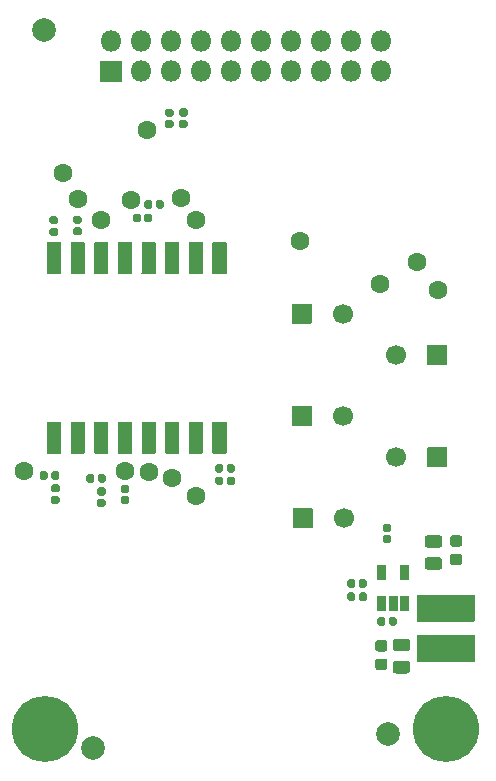
<source format=gts>
G04 #@! TF.GenerationSoftware,KiCad,Pcbnew,(5.1.10)-1*
G04 #@! TF.CreationDate,2022-03-11T13:30:57+05:30*
G04 #@! TF.ProjectId,P-1000072_Cicada Wi-Fi,502d3130-3030-4303-9732-5f4369636164,0.1*
G04 #@! TF.SameCoordinates,PX7cee6c0PY3dfd240*
G04 #@! TF.FileFunction,Soldermask,Top*
G04 #@! TF.FilePolarity,Negative*
%FSLAX46Y46*%
G04 Gerber Fmt 4.6, Leading zero omitted, Abs format (unit mm)*
G04 Created by KiCad (PCBNEW (5.1.10)-1) date 2022-03-11 13:30:57*
%MOMM*%
%LPD*%
G01*
G04 APERTURE LIST*
%ADD10C,1.600000*%
%ADD11O,1.800000X1.800000*%
%ADD12C,1.700000*%
%ADD13C,5.600000*%
%ADD14C,2.000000*%
G04 APERTURE END LIST*
G36*
G01*
X11855000Y-44390000D02*
X11205000Y-44390000D01*
G75*
G02*
X11155000Y-44340000I0J50000D01*
G01*
X11155000Y-43120000D01*
G75*
G02*
X11205000Y-43070000I50000J0D01*
G01*
X11855000Y-43070000D01*
G75*
G02*
X11905000Y-43120000I0J-50000D01*
G01*
X11905000Y-44340000D01*
G75*
G02*
X11855000Y-44390000I-50000J0D01*
G01*
G37*
G36*
G01*
X13755000Y-44390000D02*
X13105000Y-44390000D01*
G75*
G02*
X13055000Y-44340000I0J50000D01*
G01*
X13055000Y-43120000D01*
G75*
G02*
X13105000Y-43070000I50000J0D01*
G01*
X13755000Y-43070000D01*
G75*
G02*
X13805000Y-43120000I0J-50000D01*
G01*
X13805000Y-44340000D01*
G75*
G02*
X13755000Y-44390000I-50000J0D01*
G01*
G37*
G36*
G01*
X13755000Y-47010000D02*
X13105000Y-47010000D01*
G75*
G02*
X13055000Y-46960000I0J50000D01*
G01*
X13055000Y-45740000D01*
G75*
G02*
X13105000Y-45690000I50000J0D01*
G01*
X13755000Y-45690000D01*
G75*
G02*
X13805000Y-45740000I0J-50000D01*
G01*
X13805000Y-46960000D01*
G75*
G02*
X13755000Y-47010000I-50000J0D01*
G01*
G37*
G36*
G01*
X12805000Y-47010000D02*
X12155000Y-47010000D01*
G75*
G02*
X12105000Y-46960000I0J50000D01*
G01*
X12105000Y-45740000D01*
G75*
G02*
X12155000Y-45690000I50000J0D01*
G01*
X12805000Y-45690000D01*
G75*
G02*
X12855000Y-45740000I0J-50000D01*
G01*
X12855000Y-46960000D01*
G75*
G02*
X12805000Y-47010000I-50000J0D01*
G01*
G37*
G36*
G01*
X11855000Y-47010000D02*
X11205000Y-47010000D01*
G75*
G02*
X11155000Y-46960000I0J50000D01*
G01*
X11155000Y-45740000D01*
G75*
G02*
X11205000Y-45690000I50000J0D01*
G01*
X11855000Y-45690000D01*
G75*
G02*
X11905000Y-45740000I0J-50000D01*
G01*
X11905000Y-46960000D01*
G75*
G02*
X11855000Y-47010000I-50000J0D01*
G01*
G37*
G36*
G01*
X-13670000Y-18460000D02*
X-14770000Y-18460000D01*
G75*
G02*
X-14820000Y-18410000I0J50000D01*
G01*
X-14820000Y-15810000D01*
G75*
G02*
X-14770000Y-15760000I50000J0D01*
G01*
X-13670000Y-15760000D01*
G75*
G02*
X-13620000Y-15810000I0J-50000D01*
G01*
X-13620000Y-18410000D01*
G75*
G02*
X-13670000Y-18460000I-50000J0D01*
G01*
G37*
G36*
G01*
X-11670000Y-18460000D02*
X-12770000Y-18460000D01*
G75*
G02*
X-12820000Y-18410000I0J50000D01*
G01*
X-12820000Y-15810000D01*
G75*
G02*
X-12770000Y-15760000I50000J0D01*
G01*
X-11670000Y-15760000D01*
G75*
G02*
X-11620000Y-15810000I0J-50000D01*
G01*
X-11620000Y-18410000D01*
G75*
G02*
X-11670000Y-18460000I-50000J0D01*
G01*
G37*
G36*
G01*
X-5670000Y-18460000D02*
X-6770000Y-18460000D01*
G75*
G02*
X-6820000Y-18410000I0J50000D01*
G01*
X-6820000Y-15810000D01*
G75*
G02*
X-6770000Y-15760000I50000J0D01*
G01*
X-5670000Y-15760000D01*
G75*
G02*
X-5620000Y-15810000I0J-50000D01*
G01*
X-5620000Y-18410000D01*
G75*
G02*
X-5670000Y-18460000I-50000J0D01*
G01*
G37*
G36*
G01*
X-3670000Y-33660000D02*
X-4770000Y-33660000D01*
G75*
G02*
X-4820000Y-33610000I0J50000D01*
G01*
X-4820000Y-31010000D01*
G75*
G02*
X-4770000Y-30960000I50000J0D01*
G01*
X-3670000Y-30960000D01*
G75*
G02*
X-3620000Y-31010000I0J-50000D01*
G01*
X-3620000Y-33610000D01*
G75*
G02*
X-3670000Y-33660000I-50000J0D01*
G01*
G37*
G36*
G01*
X-3670000Y-18460000D02*
X-4770000Y-18460000D01*
G75*
G02*
X-4820000Y-18410000I0J50000D01*
G01*
X-4820000Y-15810000D01*
G75*
G02*
X-4770000Y-15760000I50000J0D01*
G01*
X-3670000Y-15760000D01*
G75*
G02*
X-3620000Y-15810000I0J-50000D01*
G01*
X-3620000Y-18410000D01*
G75*
G02*
X-3670000Y-18460000I-50000J0D01*
G01*
G37*
G36*
G01*
X-1670000Y-33660000D02*
X-2770000Y-33660000D01*
G75*
G02*
X-2820000Y-33610000I0J50000D01*
G01*
X-2820000Y-31010000D01*
G75*
G02*
X-2770000Y-30960000I50000J0D01*
G01*
X-1670000Y-30960000D01*
G75*
G02*
X-1620000Y-31010000I0J-50000D01*
G01*
X-1620000Y-33610000D01*
G75*
G02*
X-1670000Y-33660000I-50000J0D01*
G01*
G37*
G36*
G01*
X-11670000Y-33660000D02*
X-12770000Y-33660000D01*
G75*
G02*
X-12820000Y-33610000I0J50000D01*
G01*
X-12820000Y-31010000D01*
G75*
G02*
X-12770000Y-30960000I50000J0D01*
G01*
X-11670000Y-30960000D01*
G75*
G02*
X-11620000Y-31010000I0J-50000D01*
G01*
X-11620000Y-33610000D01*
G75*
G02*
X-11670000Y-33660000I-50000J0D01*
G01*
G37*
G36*
G01*
X-15670000Y-18460000D02*
X-16770000Y-18460000D01*
G75*
G02*
X-16820000Y-18410000I0J50000D01*
G01*
X-16820000Y-15810000D01*
G75*
G02*
X-16770000Y-15760000I50000J0D01*
G01*
X-15670000Y-15760000D01*
G75*
G02*
X-15620000Y-15810000I0J-50000D01*
G01*
X-15620000Y-18410000D01*
G75*
G02*
X-15670000Y-18460000I-50000J0D01*
G01*
G37*
G36*
G01*
X-7670000Y-33660000D02*
X-8770000Y-33660000D01*
G75*
G02*
X-8820000Y-33610000I0J50000D01*
G01*
X-8820000Y-31010000D01*
G75*
G02*
X-8770000Y-30960000I50000J0D01*
G01*
X-7670000Y-30960000D01*
G75*
G02*
X-7620000Y-31010000I0J-50000D01*
G01*
X-7620000Y-33610000D01*
G75*
G02*
X-7670000Y-33660000I-50000J0D01*
G01*
G37*
G36*
G01*
X-9670000Y-18460000D02*
X-10770000Y-18460000D01*
G75*
G02*
X-10820000Y-18410000I0J50000D01*
G01*
X-10820000Y-15810000D01*
G75*
G02*
X-10770000Y-15760000I50000J0D01*
G01*
X-9670000Y-15760000D01*
G75*
G02*
X-9620000Y-15810000I0J-50000D01*
G01*
X-9620000Y-18410000D01*
G75*
G02*
X-9670000Y-18460000I-50000J0D01*
G01*
G37*
G36*
G01*
X-7670000Y-18460000D02*
X-8770000Y-18460000D01*
G75*
G02*
X-8820000Y-18410000I0J50000D01*
G01*
X-8820000Y-15810000D01*
G75*
G02*
X-8770000Y-15760000I50000J0D01*
G01*
X-7670000Y-15760000D01*
G75*
G02*
X-7620000Y-15810000I0J-50000D01*
G01*
X-7620000Y-18410000D01*
G75*
G02*
X-7670000Y-18460000I-50000J0D01*
G01*
G37*
G36*
G01*
X-5670000Y-33660000D02*
X-6770000Y-33660000D01*
G75*
G02*
X-6820000Y-33610000I0J50000D01*
G01*
X-6820000Y-31010000D01*
G75*
G02*
X-6770000Y-30960000I50000J0D01*
G01*
X-5670000Y-30960000D01*
G75*
G02*
X-5620000Y-31010000I0J-50000D01*
G01*
X-5620000Y-33610000D01*
G75*
G02*
X-5670000Y-33660000I-50000J0D01*
G01*
G37*
G36*
G01*
X-9670000Y-33660000D02*
X-10770000Y-33660000D01*
G75*
G02*
X-10820000Y-33610000I0J50000D01*
G01*
X-10820000Y-31010000D01*
G75*
G02*
X-10770000Y-30960000I50000J0D01*
G01*
X-9670000Y-30960000D01*
G75*
G02*
X-9620000Y-31010000I0J-50000D01*
G01*
X-9620000Y-33610000D01*
G75*
G02*
X-9670000Y-33660000I-50000J0D01*
G01*
G37*
G36*
G01*
X-1670000Y-18460000D02*
X-2770000Y-18460000D01*
G75*
G02*
X-2820000Y-18410000I0J50000D01*
G01*
X-2820000Y-15810000D01*
G75*
G02*
X-2770000Y-15760000I50000J0D01*
G01*
X-1670000Y-15760000D01*
G75*
G02*
X-1620000Y-15810000I0J-50000D01*
G01*
X-1620000Y-18410000D01*
G75*
G02*
X-1670000Y-18460000I-50000J0D01*
G01*
G37*
G36*
G01*
X-13670000Y-33660000D02*
X-14770000Y-33660000D01*
G75*
G02*
X-14820000Y-33610000I0J50000D01*
G01*
X-14820000Y-31010000D01*
G75*
G02*
X-14770000Y-30960000I50000J0D01*
G01*
X-13670000Y-30960000D01*
G75*
G02*
X-13620000Y-31010000I0J-50000D01*
G01*
X-13620000Y-33610000D01*
G75*
G02*
X-13670000Y-33660000I-50000J0D01*
G01*
G37*
G36*
G01*
X-15670000Y-33660000D02*
X-16770000Y-33660000D01*
G75*
G02*
X-16820000Y-33610000I0J50000D01*
G01*
X-16820000Y-31010000D01*
G75*
G02*
X-16770000Y-30960000I50000J0D01*
G01*
X-15670000Y-30960000D01*
G75*
G02*
X-15620000Y-31010000I0J-50000D01*
G01*
X-15620000Y-33610000D01*
G75*
G02*
X-15670000Y-33660000I-50000J0D01*
G01*
G37*
D10*
X-8326120Y-6253480D03*
X-15499080Y-9888220D03*
X-9707880Y-12222480D03*
X-12237720Y-13873480D03*
X-14196060Y-12082780D03*
X-4239260Y-13906500D03*
X-5491480Y-12024360D03*
X-4185920Y-37266880D03*
X-6223000Y-35727640D03*
X-8199120Y-35179000D03*
X-10251440Y-35100260D03*
X-18783300Y-35095180D03*
X4587240Y-15687040D03*
X16299180Y-19817080D03*
X14490000Y-17470000D03*
G36*
G01*
X14540000Y-49000000D02*
X19340000Y-49000000D01*
G75*
G02*
X19390000Y-49050000I0J-50000D01*
G01*
X19390000Y-51250000D01*
G75*
G02*
X19340000Y-51300000I-50000J0D01*
G01*
X14540000Y-51300000D01*
G75*
G02*
X14490000Y-51250000I0J50000D01*
G01*
X14490000Y-49050000D01*
G75*
G02*
X14540000Y-49000000I50000J0D01*
G01*
G37*
G36*
G01*
X14540000Y-45600000D02*
X19340000Y-45600000D01*
G75*
G02*
X19390000Y-45650000I0J-50000D01*
G01*
X19390000Y-47850000D01*
G75*
G02*
X19340000Y-47900000I-50000J0D01*
G01*
X14540000Y-47900000D01*
G75*
G02*
X14490000Y-47850000I0J50000D01*
G01*
X14490000Y-45650000D01*
G75*
G02*
X14540000Y-45600000I50000J0D01*
G01*
G37*
D11*
X11455400Y1244600D03*
X11455400Y-1295400D03*
X8915400Y1244600D03*
X8915400Y-1295400D03*
X6375400Y1244600D03*
X6375400Y-1295400D03*
X3835400Y1244600D03*
X3835400Y-1295400D03*
X1295400Y1244600D03*
X1295400Y-1295400D03*
X-1244600Y1244600D03*
X-1244600Y-1295400D03*
X-3784600Y1244600D03*
X-3784600Y-1295400D03*
X-6324600Y1244600D03*
X-6324600Y-1295400D03*
X-8864600Y1244600D03*
X-8864600Y-1295400D03*
X-11404600Y1244600D03*
G36*
G01*
X-12254600Y-395400D02*
X-10554600Y-395400D01*
G75*
G02*
X-10504600Y-445400I0J-50000D01*
G01*
X-10504600Y-2145400D01*
G75*
G02*
X-10554600Y-2195400I-50000J0D01*
G01*
X-12254600Y-2195400D01*
G75*
G02*
X-12304600Y-2145400I0J50000D01*
G01*
X-12304600Y-445400D01*
G75*
G02*
X-12254600Y-395400I50000J0D01*
G01*
G37*
D12*
X8280400Y-30457140D03*
G36*
G01*
X3930400Y-31257140D02*
X3930400Y-29657140D01*
G75*
G02*
X3980400Y-29607140I50000J0D01*
G01*
X5580400Y-29607140D01*
G75*
G02*
X5630400Y-29657140I0J-50000D01*
G01*
X5630400Y-31257140D01*
G75*
G02*
X5580400Y-31307140I-50000J0D01*
G01*
X3980400Y-31307140D01*
G75*
G02*
X3930400Y-31257140I0J50000D01*
G01*
G37*
X8239760Y-21798280D03*
G36*
G01*
X3889760Y-22598280D02*
X3889760Y-20998280D01*
G75*
G02*
X3939760Y-20948280I50000J0D01*
G01*
X5539760Y-20948280D01*
G75*
G02*
X5589760Y-20998280I0J-50000D01*
G01*
X5589760Y-22598280D01*
G75*
G02*
X5539760Y-22648280I-50000J0D01*
G01*
X3939760Y-22648280D01*
G75*
G02*
X3889760Y-22598280I0J50000D01*
G01*
G37*
G36*
G01*
X-16438260Y-14531500D02*
X-16043260Y-14531500D01*
G75*
G02*
X-15870760Y-14704000I0J-172500D01*
G01*
X-15870760Y-15049000D01*
G75*
G02*
X-16043260Y-15221500I-172500J0D01*
G01*
X-16438260Y-15221500D01*
G75*
G02*
X-16610760Y-15049000I0J172500D01*
G01*
X-16610760Y-14704000D01*
G75*
G02*
X-16438260Y-14531500I172500J0D01*
G01*
G37*
G36*
G01*
X-16438260Y-13561500D02*
X-16043260Y-13561500D01*
G75*
G02*
X-15870760Y-13734000I0J-172500D01*
G01*
X-15870760Y-14079000D01*
G75*
G02*
X-16043260Y-14251500I-172500J0D01*
G01*
X-16438260Y-14251500D01*
G75*
G02*
X-16610760Y-14079000I0J172500D01*
G01*
X-16610760Y-13734000D01*
G75*
G02*
X-16438260Y-13561500I172500J0D01*
G01*
G37*
G36*
G01*
X-14449440Y-14496220D02*
X-14054440Y-14496220D01*
G75*
G02*
X-13881940Y-14668720I0J-172500D01*
G01*
X-13881940Y-15013720D01*
G75*
G02*
X-14054440Y-15186220I-172500J0D01*
G01*
X-14449440Y-15186220D01*
G75*
G02*
X-14621940Y-15013720I0J172500D01*
G01*
X-14621940Y-14668720D01*
G75*
G02*
X-14449440Y-14496220I172500J0D01*
G01*
G37*
G36*
G01*
X-14449440Y-13526220D02*
X-14054440Y-13526220D01*
G75*
G02*
X-13881940Y-13698720I0J-172500D01*
G01*
X-13881940Y-14043720D01*
G75*
G02*
X-14054440Y-14216220I-172500J0D01*
G01*
X-14449440Y-14216220D01*
G75*
G02*
X-14621940Y-14043720I0J172500D01*
G01*
X-14621940Y-13698720D01*
G75*
G02*
X-14449440Y-13526220I172500J0D01*
G01*
G37*
G36*
G01*
X-10415920Y-37272120D02*
X-10020920Y-37272120D01*
G75*
G02*
X-9848420Y-37444620I0J-172500D01*
G01*
X-9848420Y-37789620D01*
G75*
G02*
X-10020920Y-37962120I-172500J0D01*
G01*
X-10415920Y-37962120D01*
G75*
G02*
X-10588420Y-37789620I0J172500D01*
G01*
X-10588420Y-37444620D01*
G75*
G02*
X-10415920Y-37272120I172500J0D01*
G01*
G37*
G36*
G01*
X-10415920Y-36302120D02*
X-10020920Y-36302120D01*
G75*
G02*
X-9848420Y-36474620I0J-172500D01*
G01*
X-9848420Y-36819620D01*
G75*
G02*
X-10020920Y-36992120I-172500J0D01*
G01*
X-10415920Y-36992120D01*
G75*
G02*
X-10588420Y-36819620I0J172500D01*
G01*
X-10588420Y-36474620D01*
G75*
G02*
X-10415920Y-36302120I172500J0D01*
G01*
G37*
G36*
G01*
X-7894480Y-12350100D02*
X-7894480Y-12745100D01*
G75*
G02*
X-8066980Y-12917600I-172500J0D01*
G01*
X-8411980Y-12917600D01*
G75*
G02*
X-8584480Y-12745100I0J172500D01*
G01*
X-8584480Y-12350100D01*
G75*
G02*
X-8411980Y-12177600I172500J0D01*
G01*
X-8066980Y-12177600D01*
G75*
G02*
X-7894480Y-12350100I0J-172500D01*
G01*
G37*
G36*
G01*
X-6924480Y-12350100D02*
X-6924480Y-12745100D01*
G75*
G02*
X-7096980Y-12917600I-172500J0D01*
G01*
X-7441980Y-12917600D01*
G75*
G02*
X-7614480Y-12745100I0J172500D01*
G01*
X-7614480Y-12350100D01*
G75*
G02*
X-7441980Y-12177600I172500J0D01*
G01*
X-7096980Y-12177600D01*
G75*
G02*
X-6924480Y-12350100I0J-172500D01*
G01*
G37*
G36*
G01*
X-15923880Y-36949220D02*
X-16318880Y-36949220D01*
G75*
G02*
X-16491380Y-36776720I0J172500D01*
G01*
X-16491380Y-36431720D01*
G75*
G02*
X-16318880Y-36259220I172500J0D01*
G01*
X-15923880Y-36259220D01*
G75*
G02*
X-15751380Y-36431720I0J-172500D01*
G01*
X-15751380Y-36776720D01*
G75*
G02*
X-15923880Y-36949220I-172500J0D01*
G01*
G37*
G36*
G01*
X-15923880Y-37919220D02*
X-16318880Y-37919220D01*
G75*
G02*
X-16491380Y-37746720I0J172500D01*
G01*
X-16491380Y-37401720D01*
G75*
G02*
X-16318880Y-37229220I172500J0D01*
G01*
X-15923880Y-37229220D01*
G75*
G02*
X-15751380Y-37401720I0J-172500D01*
G01*
X-15751380Y-37746720D01*
G75*
G02*
X-15923880Y-37919220I-172500J0D01*
G01*
G37*
G36*
G01*
X-12422520Y-37493380D02*
X-12027520Y-37493380D01*
G75*
G02*
X-11855020Y-37665880I0J-172500D01*
G01*
X-11855020Y-38010880D01*
G75*
G02*
X-12027520Y-38183380I-172500J0D01*
G01*
X-12422520Y-38183380D01*
G75*
G02*
X-12595020Y-38010880I0J172500D01*
G01*
X-12595020Y-37665880D01*
G75*
G02*
X-12422520Y-37493380I172500J0D01*
G01*
G37*
G36*
G01*
X-12422520Y-36523380D02*
X-12027520Y-36523380D01*
G75*
G02*
X-11855020Y-36695880I0J-172500D01*
G01*
X-11855020Y-37040880D01*
G75*
G02*
X-12027520Y-37213380I-172500J0D01*
G01*
X-12422520Y-37213380D01*
G75*
G02*
X-12595020Y-37040880I0J172500D01*
G01*
X-12595020Y-36695880D01*
G75*
G02*
X-12422520Y-36523380I172500J0D01*
G01*
G37*
G36*
G01*
X-8584760Y-13908420D02*
X-8584760Y-13513420D01*
G75*
G02*
X-8412260Y-13340920I172500J0D01*
G01*
X-8067260Y-13340920D01*
G75*
G02*
X-7894760Y-13513420I0J-172500D01*
G01*
X-7894760Y-13908420D01*
G75*
G02*
X-8067260Y-14080920I-172500J0D01*
G01*
X-8412260Y-14080920D01*
G75*
G02*
X-8584760Y-13908420I0J172500D01*
G01*
G37*
G36*
G01*
X-9554760Y-13908420D02*
X-9554760Y-13513420D01*
G75*
G02*
X-9382260Y-13340920I172500J0D01*
G01*
X-9037260Y-13340920D01*
G75*
G02*
X-8864760Y-13513420I0J-172500D01*
G01*
X-8864760Y-13908420D01*
G75*
G02*
X-9037260Y-14080920I-172500J0D01*
G01*
X-9382260Y-14080920D01*
G75*
G02*
X-9554760Y-13908420I0J172500D01*
G01*
G37*
G36*
G01*
X-1885120Y-35771440D02*
X-1885120Y-36166440D01*
G75*
G02*
X-2057620Y-36338940I-172500J0D01*
G01*
X-2402620Y-36338940D01*
G75*
G02*
X-2575120Y-36166440I0J172500D01*
G01*
X-2575120Y-35771440D01*
G75*
G02*
X-2402620Y-35598940I172500J0D01*
G01*
X-2057620Y-35598940D01*
G75*
G02*
X-1885120Y-35771440I0J-172500D01*
G01*
G37*
G36*
G01*
X-915120Y-35771440D02*
X-915120Y-36166440D01*
G75*
G02*
X-1087620Y-36338940I-172500J0D01*
G01*
X-1432620Y-36338940D01*
G75*
G02*
X-1605120Y-36166440I0J172500D01*
G01*
X-1605120Y-35771440D01*
G75*
G02*
X-1432620Y-35598940I172500J0D01*
G01*
X-1087620Y-35598940D01*
G75*
G02*
X-915120Y-35771440I0J-172500D01*
G01*
G37*
G36*
G01*
X-1885120Y-34699560D02*
X-1885120Y-35094560D01*
G75*
G02*
X-2057620Y-35267060I-172500J0D01*
G01*
X-2402620Y-35267060D01*
G75*
G02*
X-2575120Y-35094560I0J172500D01*
G01*
X-2575120Y-34699560D01*
G75*
G02*
X-2402620Y-34527060I172500J0D01*
G01*
X-2057620Y-34527060D01*
G75*
G02*
X-1885120Y-34699560I0J-172500D01*
G01*
G37*
G36*
G01*
X-915120Y-34699560D02*
X-915120Y-35094560D01*
G75*
G02*
X-1087620Y-35267060I-172500J0D01*
G01*
X-1432620Y-35267060D01*
G75*
G02*
X-1605120Y-35094560I0J172500D01*
G01*
X-1605120Y-34699560D01*
G75*
G02*
X-1432620Y-34527060I172500J0D01*
G01*
X-1087620Y-34527060D01*
G75*
G02*
X-915120Y-34699560I0J-172500D01*
G01*
G37*
G36*
G01*
X-16461300Y-35704160D02*
X-16461300Y-35309160D01*
G75*
G02*
X-16288800Y-35136660I172500J0D01*
G01*
X-15943800Y-35136660D01*
G75*
G02*
X-15771300Y-35309160I0J-172500D01*
G01*
X-15771300Y-35704160D01*
G75*
G02*
X-15943800Y-35876660I-172500J0D01*
G01*
X-16288800Y-35876660D01*
G75*
G02*
X-16461300Y-35704160I0J172500D01*
G01*
G37*
G36*
G01*
X-17431300Y-35704160D02*
X-17431300Y-35309160D01*
G75*
G02*
X-17258800Y-35136660I172500J0D01*
G01*
X-16913800Y-35136660D01*
G75*
G02*
X-16741300Y-35309160I0J-172500D01*
G01*
X-16741300Y-35704160D01*
G75*
G02*
X-16913800Y-35876660I-172500J0D01*
G01*
X-17258800Y-35876660D01*
G75*
G02*
X-17431300Y-35704160I0J172500D01*
G01*
G37*
G36*
G01*
X-12529380Y-35945460D02*
X-12529380Y-35550460D01*
G75*
G02*
X-12356880Y-35377960I172500J0D01*
G01*
X-12011880Y-35377960D01*
G75*
G02*
X-11839380Y-35550460I0J-172500D01*
G01*
X-11839380Y-35945460D01*
G75*
G02*
X-12011880Y-36117960I-172500J0D01*
G01*
X-12356880Y-36117960D01*
G75*
G02*
X-12529380Y-35945460I0J172500D01*
G01*
G37*
G36*
G01*
X-13499380Y-35945460D02*
X-13499380Y-35550460D01*
G75*
G02*
X-13326880Y-35377960I172500J0D01*
G01*
X-12981880Y-35377960D01*
G75*
G02*
X-12809380Y-35550460I0J-172500D01*
G01*
X-12809380Y-35945460D01*
G75*
G02*
X-12981880Y-36117960I-172500J0D01*
G01*
X-13326880Y-36117960D01*
G75*
G02*
X-13499380Y-35945460I0J172500D01*
G01*
G37*
D10*
X11333480Y-19273520D03*
D12*
X12702540Y-25318720D03*
G36*
G01*
X17052540Y-24518720D02*
X17052540Y-26118720D01*
G75*
G02*
X17002540Y-26168720I-50000J0D01*
G01*
X15402540Y-26168720D01*
G75*
G02*
X15352540Y-26118720I0J50000D01*
G01*
X15352540Y-24518720D01*
G75*
G02*
X15402540Y-24468720I50000J0D01*
G01*
X17002540Y-24468720D01*
G75*
G02*
X17052540Y-24518720I0J-50000D01*
G01*
G37*
X12722860Y-33962340D03*
G36*
G01*
X17072860Y-33162340D02*
X17072860Y-34762340D01*
G75*
G02*
X17022860Y-34812340I-50000J0D01*
G01*
X15422860Y-34812340D01*
G75*
G02*
X15372860Y-34762340I0J50000D01*
G01*
X15372860Y-33162340D01*
G75*
G02*
X15422860Y-33112340I50000J0D01*
G01*
X17022860Y-33112340D01*
G75*
G02*
X17072860Y-33162340I0J-50000D01*
G01*
G37*
G36*
G01*
X12157500Y-40285000D02*
X11762500Y-40285000D01*
G75*
G02*
X11590000Y-40112500I0J172500D01*
G01*
X11590000Y-39767500D01*
G75*
G02*
X11762500Y-39595000I172500J0D01*
G01*
X12157500Y-39595000D01*
G75*
G02*
X12330000Y-39767500I0J-172500D01*
G01*
X12330000Y-40112500D01*
G75*
G02*
X12157500Y-40285000I-172500J0D01*
G01*
G37*
G36*
G01*
X12157500Y-41255000D02*
X11762500Y-41255000D01*
G75*
G02*
X11590000Y-41082500I0J172500D01*
G01*
X11590000Y-40737500D01*
G75*
G02*
X11762500Y-40565000I172500J0D01*
G01*
X12157500Y-40565000D01*
G75*
G02*
X12330000Y-40737500I0J-172500D01*
G01*
X12330000Y-41082500D01*
G75*
G02*
X12157500Y-41255000I-172500J0D01*
G01*
G37*
G36*
G01*
X9575000Y-44847500D02*
X9575000Y-44452500D01*
G75*
G02*
X9747500Y-44280000I172500J0D01*
G01*
X10092500Y-44280000D01*
G75*
G02*
X10265000Y-44452500I0J-172500D01*
G01*
X10265000Y-44847500D01*
G75*
G02*
X10092500Y-45020000I-172500J0D01*
G01*
X9747500Y-45020000D01*
G75*
G02*
X9575000Y-44847500I0J172500D01*
G01*
G37*
G36*
G01*
X8605000Y-44847500D02*
X8605000Y-44452500D01*
G75*
G02*
X8777500Y-44280000I172500J0D01*
G01*
X9122500Y-44280000D01*
G75*
G02*
X9295000Y-44452500I0J-172500D01*
G01*
X9295000Y-44847500D01*
G75*
G02*
X9122500Y-45020000I-172500J0D01*
G01*
X8777500Y-45020000D01*
G75*
G02*
X8605000Y-44847500I0J172500D01*
G01*
G37*
G36*
G01*
X12115000Y-48047500D02*
X12115000Y-47652500D01*
G75*
G02*
X12287500Y-47480000I172500J0D01*
G01*
X12632500Y-47480000D01*
G75*
G02*
X12805000Y-47652500I0J-172500D01*
G01*
X12805000Y-48047500D01*
G75*
G02*
X12632500Y-48220000I-172500J0D01*
G01*
X12287500Y-48220000D01*
G75*
G02*
X12115000Y-48047500I0J172500D01*
G01*
G37*
G36*
G01*
X11145000Y-48047500D02*
X11145000Y-47652500D01*
G75*
G02*
X11317500Y-47480000I172500J0D01*
G01*
X11662500Y-47480000D01*
G75*
G02*
X11835000Y-47652500I0J-172500D01*
G01*
X11835000Y-48047500D01*
G75*
G02*
X11662500Y-48220000I-172500J0D01*
G01*
X11317500Y-48220000D01*
G75*
G02*
X11145000Y-48047500I0J172500D01*
G01*
G37*
X8315840Y-39116000D03*
G36*
G01*
X3965840Y-39916000D02*
X3965840Y-38316000D01*
G75*
G02*
X4015840Y-38266000I50000J0D01*
G01*
X5615840Y-38266000D01*
G75*
G02*
X5665840Y-38316000I0J-50000D01*
G01*
X5665840Y-39916000D01*
G75*
G02*
X5615840Y-39966000I-50000J0D01*
G01*
X4015840Y-39966000D01*
G75*
G02*
X3965840Y-39916000I0J50000D01*
G01*
G37*
G36*
G01*
X13671250Y-50407500D02*
X12708750Y-50407500D01*
G75*
G02*
X12440000Y-50138750I0J268750D01*
G01*
X12440000Y-49601250D01*
G75*
G02*
X12708750Y-49332500I268750J0D01*
G01*
X13671250Y-49332500D01*
G75*
G02*
X13940000Y-49601250I0J-268750D01*
G01*
X13940000Y-50138750D01*
G75*
G02*
X13671250Y-50407500I-268750J0D01*
G01*
G37*
G36*
G01*
X13671250Y-52282500D02*
X12708750Y-52282500D01*
G75*
G02*
X12440000Y-52013750I0J268750D01*
G01*
X12440000Y-51476250D01*
G75*
G02*
X12708750Y-51207500I268750J0D01*
G01*
X13671250Y-51207500D01*
G75*
G02*
X13940000Y-51476250I0J-268750D01*
G01*
X13940000Y-52013750D01*
G75*
G02*
X13671250Y-52282500I-268750J0D01*
G01*
G37*
G36*
G01*
X11761250Y-50417500D02*
X11198750Y-50417500D01*
G75*
G02*
X10955000Y-50173750I0J243750D01*
G01*
X10955000Y-49686250D01*
G75*
G02*
X11198750Y-49442500I243750J0D01*
G01*
X11761250Y-49442500D01*
G75*
G02*
X12005000Y-49686250I0J-243750D01*
G01*
X12005000Y-50173750D01*
G75*
G02*
X11761250Y-50417500I-243750J0D01*
G01*
G37*
G36*
G01*
X11761250Y-51992500D02*
X11198750Y-51992500D01*
G75*
G02*
X10955000Y-51748750I0J243750D01*
G01*
X10955000Y-51261250D01*
G75*
G02*
X11198750Y-51017500I243750J0D01*
G01*
X11761250Y-51017500D01*
G75*
G02*
X12005000Y-51261250I0J-243750D01*
G01*
X12005000Y-51748750D01*
G75*
G02*
X11761250Y-51992500I-243750J0D01*
G01*
G37*
G36*
G01*
X9575000Y-45977500D02*
X9575000Y-45582500D01*
G75*
G02*
X9747500Y-45410000I172500J0D01*
G01*
X10092500Y-45410000D01*
G75*
G02*
X10265000Y-45582500I0J-172500D01*
G01*
X10265000Y-45977500D01*
G75*
G02*
X10092500Y-46150000I-172500J0D01*
G01*
X9747500Y-46150000D01*
G75*
G02*
X9575000Y-45977500I0J172500D01*
G01*
G37*
G36*
G01*
X8605000Y-45977500D02*
X8605000Y-45582500D01*
G75*
G02*
X8777500Y-45410000I172500J0D01*
G01*
X9122500Y-45410000D01*
G75*
G02*
X9295000Y-45582500I0J-172500D01*
G01*
X9295000Y-45977500D01*
G75*
G02*
X9122500Y-46150000I-172500J0D01*
G01*
X8777500Y-46150000D01*
G75*
G02*
X8605000Y-45977500I0J172500D01*
G01*
G37*
G36*
G01*
X15414070Y-42434700D02*
X16376570Y-42434700D01*
G75*
G02*
X16645320Y-42703450I0J-268750D01*
G01*
X16645320Y-43240950D01*
G75*
G02*
X16376570Y-43509700I-268750J0D01*
G01*
X15414070Y-43509700D01*
G75*
G02*
X15145320Y-43240950I0J268750D01*
G01*
X15145320Y-42703450D01*
G75*
G02*
X15414070Y-42434700I268750J0D01*
G01*
G37*
G36*
G01*
X15414070Y-40559700D02*
X16376570Y-40559700D01*
G75*
G02*
X16645320Y-40828450I0J-268750D01*
G01*
X16645320Y-41365950D01*
G75*
G02*
X16376570Y-41634700I-268750J0D01*
G01*
X15414070Y-41634700D01*
G75*
G02*
X15145320Y-41365950I0J268750D01*
G01*
X15145320Y-40828450D01*
G75*
G02*
X15414070Y-40559700I268750J0D01*
G01*
G37*
G36*
G01*
X17539390Y-42138880D02*
X18101890Y-42138880D01*
G75*
G02*
X18345640Y-42382630I0J-243750D01*
G01*
X18345640Y-42870130D01*
G75*
G02*
X18101890Y-43113880I-243750J0D01*
G01*
X17539390Y-43113880D01*
G75*
G02*
X17295640Y-42870130I0J243750D01*
G01*
X17295640Y-42382630D01*
G75*
G02*
X17539390Y-42138880I243750J0D01*
G01*
G37*
G36*
G01*
X17539390Y-40563880D02*
X18101890Y-40563880D01*
G75*
G02*
X18345640Y-40807630I0J-243750D01*
G01*
X18345640Y-41295130D01*
G75*
G02*
X18101890Y-41538880I-243750J0D01*
G01*
X17539390Y-41538880D01*
G75*
G02*
X17295640Y-41295130I0J243750D01*
G01*
X17295640Y-40807630D01*
G75*
G02*
X17539390Y-40563880I243750J0D01*
G01*
G37*
D13*
X-17000000Y-57000000D03*
D14*
X12040000Y-57390000D03*
X-12948920Y-58592720D03*
X-17090000Y2220000D03*
D13*
X17000000Y-57000000D03*
G36*
G01*
X-6279500Y-5133040D02*
X-6674500Y-5133040D01*
G75*
G02*
X-6847000Y-4960540I0J172500D01*
G01*
X-6847000Y-4615540D01*
G75*
G02*
X-6674500Y-4443040I172500J0D01*
G01*
X-6279500Y-4443040D01*
G75*
G02*
X-6107000Y-4615540I0J-172500D01*
G01*
X-6107000Y-4960540D01*
G75*
G02*
X-6279500Y-5133040I-172500J0D01*
G01*
G37*
G36*
G01*
X-6279500Y-6103040D02*
X-6674500Y-6103040D01*
G75*
G02*
X-6847000Y-5930540I0J172500D01*
G01*
X-6847000Y-5585540D01*
G75*
G02*
X-6674500Y-5413040I172500J0D01*
G01*
X-6279500Y-5413040D01*
G75*
G02*
X-6107000Y-5585540I0J-172500D01*
G01*
X-6107000Y-5930540D01*
G75*
G02*
X-6279500Y-6103040I-172500J0D01*
G01*
G37*
G36*
G01*
X-5080620Y-5120480D02*
X-5475620Y-5120480D01*
G75*
G02*
X-5648120Y-4947980I0J172500D01*
G01*
X-5648120Y-4602980D01*
G75*
G02*
X-5475620Y-4430480I172500J0D01*
G01*
X-5080620Y-4430480D01*
G75*
G02*
X-4908120Y-4602980I0J-172500D01*
G01*
X-4908120Y-4947980D01*
G75*
G02*
X-5080620Y-5120480I-172500J0D01*
G01*
G37*
G36*
G01*
X-5080620Y-6090480D02*
X-5475620Y-6090480D01*
G75*
G02*
X-5648120Y-5917980I0J172500D01*
G01*
X-5648120Y-5572980D01*
G75*
G02*
X-5475620Y-5400480I172500J0D01*
G01*
X-5080620Y-5400480D01*
G75*
G02*
X-4908120Y-5572980I0J-172500D01*
G01*
X-4908120Y-5917980D01*
G75*
G02*
X-5080620Y-6090480I-172500J0D01*
G01*
G37*
M02*

</source>
